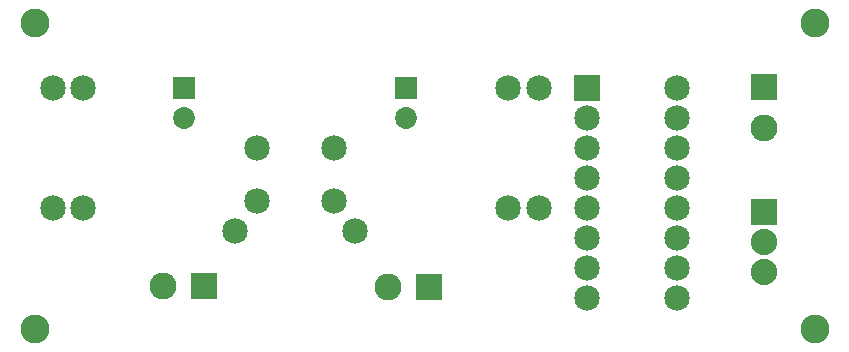
<source format=gts>
G04 MADE WITH FRITZING*
G04 WWW.FRITZING.ORG*
G04 DOUBLE SIDED*
G04 HOLES PLATED*
G04 CONTOUR ON CENTER OF CONTOUR VECTOR*
%ASAXBY*%
%FSLAX23Y23*%
%MOIN*%
%OFA0B0*%
%SFA1.0B1.0*%
%ADD10C,0.085000*%
%ADD11C,0.090000*%
%ADD12C,0.088000*%
%ADD13C,0.072992*%
%ADD14C,0.096614*%
%ADD15R,0.090000X0.090000*%
%ADD16R,0.085000X0.085000*%
%ADD17R,0.088000X0.088000*%
%ADD18R,0.072992X0.072992*%
%LNMASK1*%
G90*
G70*
G54D10*
X1758Y485D03*
X1758Y885D03*
X138Y485D03*
X138Y885D03*
X1657Y485D03*
X1657Y885D03*
X238Y485D03*
X238Y885D03*
X747Y408D03*
X1147Y408D03*
G54D11*
X2508Y888D03*
X2508Y750D03*
G54D10*
X1920Y886D03*
X2220Y886D03*
X1920Y786D03*
X2220Y786D03*
X1920Y686D03*
X2220Y686D03*
X1920Y586D03*
X2220Y586D03*
X1920Y486D03*
X2220Y486D03*
X1920Y386D03*
X2220Y386D03*
X1920Y286D03*
X2220Y286D03*
X1920Y186D03*
X2220Y186D03*
G54D12*
X2508Y472D03*
X2508Y372D03*
X2508Y272D03*
G54D13*
X1317Y884D03*
X1317Y786D03*
X577Y884D03*
X577Y786D03*
G54D10*
X820Y686D03*
X1076Y686D03*
X820Y509D03*
X1076Y509D03*
G54D11*
X1392Y223D03*
X1254Y223D03*
X642Y224D03*
X504Y224D03*
G54D14*
X78Y1103D03*
X2678Y1103D03*
X2678Y81D03*
X78Y81D03*
G54D15*
X2508Y888D03*
G54D16*
X1920Y886D03*
G54D17*
X2508Y472D03*
G54D18*
X1317Y884D03*
X577Y884D03*
G54D15*
X1392Y223D03*
X642Y224D03*
G04 End of Mask1*
M02*
</source>
